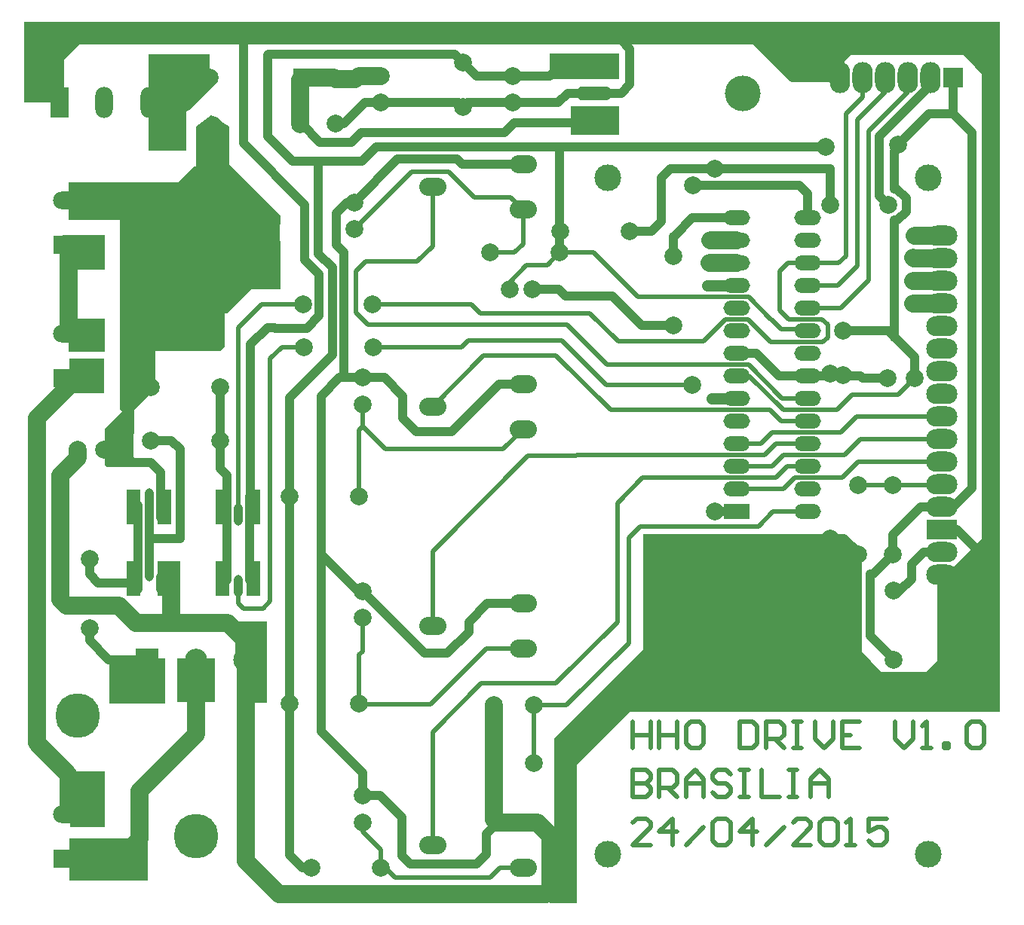
<source format=gbl>
%FSLAX25Y25*%
%MOIN*%
G70*
G01*
G75*
G04 Layer_Physical_Order=2*
G04 Layer_Color=16711680*
%ADD10C,0.03937*%
%ADD11C,0.01969*%
%ADD12C,0.01000*%
%ADD13C,0.00600*%
%ADD14R,0.71600X0.39300*%
%ADD15C,0.07874*%
%ADD16O,0.03937X0.09843*%
%ADD17O,0.12000X0.08000*%
%ADD18C,0.19685*%
%ADD19C,0.11811*%
%ADD20R,0.13780X0.07874*%
%ADD21O,0.13780X0.07874*%
%ADD22O,0.07874X0.13780*%
%ADD23R,0.07874X0.13780*%
%ADD24O,0.13780X0.09000*%
%ADD25R,0.13780X0.09000*%
%ADD26C,0.15748*%
%ADD27R,0.06299X0.06299*%
%ADD28O,0.15748X0.06299*%
%ADD29C,0.06299*%
%ADD30R,0.11811X0.06693*%
%ADD31O,0.11811X0.06693*%
%ADD32R,0.09000X0.09000*%
%ADD33O,0.09000X0.13780*%
%ADD34C,0.09843*%
%ADD35R,0.09843X0.09843*%
%ADD36R,0.07874X0.07874*%
%ADD37C,0.05000*%
%ADD38C,0.07874*%
%ADD39R,0.05906X0.15748*%
%ADD40R,0.09843X0.15748*%
%ADD41R,0.04843X0.15748*%
%ADD42R,0.03937X0.15748*%
%ADD43R,0.16500X0.42717*%
%ADD44R,0.12992X0.36319*%
%ADD45R,0.17126X0.19390*%
%ADD46R,0.25098X0.19882*%
%ADD47R,0.31004X0.11614*%
%ADD48R,0.21654X0.12795*%
%ADD49R,0.34547X0.18898*%
%ADD50R,0.15650X0.24902*%
%ADD51R,0.15650X0.15453*%
%ADD52R,0.16043X0.15157*%
%ADD53R,0.19095X0.15650*%
G36*
X185301Y441929D02*
Y424213D01*
X184317D01*
X177427Y417323D01*
X129199D01*
Y400591D01*
X151837D01*
Y316929D01*
X152821Y315945D01*
X144947Y308071D01*
Y292323D01*
X145931Y291339D01*
X157742D01*
Y292323D01*
X158727Y293307D01*
X157742Y294291D01*
Y319094D01*
X166601Y327953D01*
Y342520D01*
X196128D01*
X198097Y344488D01*
Y359252D01*
X199081D01*
X209908Y370079D01*
X220285Y370079D01*
X222637Y370127D01*
X222860Y370079D01*
X222703Y384842D01*
X222562Y398089D01*
X222703Y399451D01*
X222703Y402559D01*
X200065Y425197D01*
Y441929D01*
X192191Y446850D01*
X185301Y441929D01*
D02*
G37*
G36*
X171620Y454528D02*
X176837Y449311D01*
X191286Y463583D01*
Y473937D01*
X191109Y474114D01*
X171620D01*
Y454528D01*
D02*
G37*
G36*
X109514Y452756D02*
X125247D01*
X125199Y472378D01*
X133136Y480315D01*
X432349D01*
X449042Y463622D01*
X469081D01*
X470026Y464567D01*
X469750Y464843D01*
Y472441D01*
X470931D01*
X474081Y475591D01*
X525262D01*
X536679Y464173D01*
Y261811D01*
X534711D01*
X515026Y242126D01*
Y204724D01*
X509120Y198819D01*
X487467D01*
Y200787D01*
X477624Y210630D01*
X478018Y211024D01*
Y253543D01*
X469750Y261811D01*
X383136D01*
Y210630D01*
X343766Y171260D01*
Y129921D01*
X341797Y120079D01*
Y98425D01*
X353608D01*
Y159449D01*
X377231Y183071D01*
X540616D01*
X540616Y488189D01*
X109514D01*
X109514Y452756D01*
D02*
G37*
D10*
X391010Y400000D02*
X386679Y395669D01*
X377231D01*
X396522Y384646D02*
Y393307D01*
Y353937D02*
X382349D01*
X520026Y447657D02*
X509534D01*
X520026D02*
X520026D01*
X509534D02*
X495735Y433858D01*
X528412Y439272D02*
X520026Y447657D01*
X495522Y400575D02*
X494160D01*
X499278Y404331D02*
X495522Y400575D01*
X499278Y404331D02*
Y410236D01*
X495128Y414386D01*
X494160D01*
Y431102D01*
Y348819D02*
Y400575D01*
X495735Y433858D02*
Y435039D01*
X487467Y411417D02*
Y437795D01*
X510026Y460354D02*
X487467Y437795D01*
X510026Y460354D02*
Y463622D01*
X491404Y407480D02*
X487467Y411417D01*
X250853Y386221D02*
X247309Y389764D01*
X250853Y332480D02*
Y386221D01*
X252427Y330905D02*
X250853Y332480D01*
X245735Y379528D02*
X239435Y385827D01*
X245735Y340945D02*
Y379528D01*
Y340945D02*
X226837Y322047D01*
X239829Y376772D02*
X233530Y383071D01*
X239829Y358268D02*
Y376772D01*
Y358268D02*
X234317Y352756D01*
X258924Y330905D02*
X248687D01*
X247309Y389764D02*
Y403543D01*
X252230Y408464D02*
X247309Y403543D01*
X255380Y408464D02*
X252230D01*
X239435Y426772D02*
X228018D01*
X258727D02*
X239435D01*
Y385827D02*
Y426772D01*
X233530Y383071D02*
Y407480D01*
X206364Y434646D01*
Y480315D01*
X226837Y276772D02*
X225262Y278346D01*
X226837D02*
Y322047D01*
X248687Y330905D02*
X240616Y322834D01*
Y252756D02*
Y322834D01*
X236286Y114173D02*
X232349D01*
X226837Y119685D01*
X125199Y452756D02*
Y472378D01*
X133136Y480315D02*
X125199Y472378D01*
X377231Y476378D02*
X373293Y480315D01*
X377231Y460630D02*
Y476378D01*
Y460630D02*
X373293Y456693D01*
X361483D01*
X349672D01*
X345538Y452559D01*
X325262D01*
X247014Y462894D02*
X246326Y463583D01*
X257349Y464370D02*
X255873Y462894D01*
X361483Y446693D02*
X356601D01*
X232467Y463583D02*
X231561Y462677D01*
X299771Y474016D02*
X217388D01*
X216994Y473622D01*
X345735Y370079D02*
X333924D01*
X348884Y366929D02*
X345735Y370079D01*
X369356Y366929D02*
X348884D01*
X470026Y463622D02*
X449042D01*
X432349Y480315D01*
X373293D01*
X433215Y341653D02*
X424475D01*
X443215Y331653D02*
X433215Y341653D01*
X480183Y330512D02*
X479042Y331653D01*
X491207Y330512D02*
X480183D01*
X455725Y331653D02*
X443215D01*
X515026Y273701D02*
X505656D01*
X493372Y252756D02*
Y261417D01*
X520144Y243701D02*
X515026D01*
X525656Y249213D02*
X520144Y243701D01*
X530380Y255118D02*
X521719Y263779D01*
X515105D01*
X515026Y263701D01*
X525262Y475591D02*
X474081D01*
X470026Y471535D01*
Y463622D02*
Y471535D01*
X491304Y351674D02*
X471424D01*
X503018Y330512D02*
Y339961D01*
X455725Y401653D02*
Y412451D01*
X356601Y446693D02*
X353608Y443701D01*
X247112Y443307D02*
X247014Y443210D01*
X274475Y427559D02*
X255380Y408464D01*
X300853Y427559D02*
X274475D01*
X303215Y425197D02*
X300853Y427559D01*
X329986Y425197D02*
X303215D01*
X373293Y480315D02*
X206364D01*
X133136D01*
X346128Y433071D02*
X265026D01*
X258924Y236417D02*
X256955D01*
X240616Y252756D01*
X258924Y145866D02*
Y156102D01*
X240616Y174409D01*
Y252756D01*
X452034Y416142D02*
X405183D01*
X286285Y209055D02*
X258924Y236417D01*
X296522Y209055D02*
X286285D01*
X305971Y218504D02*
X296522Y209055D01*
X305971Y218504D02*
Y222835D01*
X314107Y230971D02*
X305971Y222835D01*
X329986Y230971D02*
X314107D01*
X266798Y145866D02*
X258924D01*
X276443Y136221D02*
X266798Y145866D01*
X276443Y119291D02*
Y136221D01*
X279986Y115748D02*
X276443Y119291D01*
X309514Y115748D02*
X279986D01*
X313845Y120079D02*
X309514Y115748D01*
X313845Y120079D02*
Y129134D01*
X318569Y133858D02*
X313845Y129134D01*
X226837Y119685D02*
Y186614D01*
Y276772D01*
X265026Y433071D02*
X258727Y426772D01*
X209002Y244094D02*
Y275590D01*
X209514Y276102D02*
X209002Y275590D01*
X196128Y290551D02*
Y303150D01*
X199002Y287677D02*
X196128Y290551D01*
X199002Y275590D02*
Y287677D01*
Y244094D02*
Y275590D01*
X209514Y276102D02*
Y345669D01*
X216994Y353150D02*
X209514Y345669D01*
X220144Y353150D02*
X216994D01*
X220538Y352756D02*
X220144Y353150D01*
X234317Y352756D02*
X220538D01*
X129199Y327165D02*
Y330709D01*
X228018Y426772D02*
X216994Y437795D01*
Y473622D01*
X192585Y422835D02*
X179199Y409449D01*
X192585Y422835D02*
Y442520D01*
X165419Y326772D02*
Y409449D01*
X179199D02*
X165419D01*
X129199D01*
X150065Y300787D02*
X146522D01*
X155971Y306693D02*
Y317323D01*
X165419Y326772D02*
X155971Y317323D01*
X138254Y214567D02*
Y220079D01*
X146719Y206102D02*
X138254Y214567D01*
X163845Y206102D02*
X146719D01*
X138254Y244094D02*
Y250787D01*
X142191Y240158D02*
X138254Y244094D01*
X159632Y240158D02*
X142191D01*
X159632D02*
Y271654D01*
X169750Y271772D02*
X169632Y271654D01*
X169750Y271772D02*
Y288976D01*
X165419Y293307D01*
X157545D01*
X150065Y300787D01*
X155971Y306693D02*
X150065Y300787D01*
X515026Y253701D02*
X506916D01*
X501640Y248425D01*
Y241732D02*
Y248425D01*
Y241732D02*
X496522Y236614D01*
X493766D01*
X268766Y330905D02*
X258924D01*
X276837Y322835D02*
X268766Y330905D01*
X276837Y312992D02*
Y322835D01*
X282742Y307087D02*
X276837Y312992D01*
X298490Y307087D02*
X282742D01*
X319488Y328084D02*
X298490Y307087D01*
X329986Y328084D02*
X319488D01*
X424475Y271654D02*
X414632D01*
X493372Y252756D02*
X484711Y244094D01*
X483530D01*
Y216535D02*
Y244094D01*
X493766Y206299D02*
X483530Y216535D01*
X493766Y205906D02*
Y206299D01*
X505380Y273425D02*
X493372Y261417D01*
X509120Y198819D02*
X487467D01*
X515026Y204724D02*
X509120Y198819D01*
X515026Y204724D02*
Y243701D01*
X479042Y331653D02*
X455725D01*
X404868Y401653D02*
X396916Y393701D01*
X424475Y401653D02*
X404868D01*
X382349Y353937D02*
X369356Y366929D01*
X391010Y400000D02*
Y419291D01*
X394947Y423228D02*
X391010Y419291D01*
X414632Y423228D02*
X394947D01*
X346128Y386221D02*
Y405512D01*
Y433071D01*
X471719Y259842D02*
X465813D01*
X487467Y198819D02*
X477624Y208661D01*
Y253937D01*
X471719Y259842D01*
X465813Y423228D02*
X414632D01*
X465813Y407480D02*
Y423228D01*
X503018Y339961D02*
X491304Y351674D01*
X463845Y433071D02*
X346128D01*
X178412Y259842D02*
X164632D01*
X178412D02*
Y299213D01*
X174475Y303150D01*
X165419D01*
X164632Y245512D02*
Y259842D01*
Y277008D01*
X196128Y303150D02*
Y326772D01*
X455725Y412451D02*
X452034Y416142D01*
X520223Y273701D02*
X515026D01*
X520026Y447657D02*
Y463622D01*
X536679Y464173D02*
X525262Y475591D01*
X525656Y249213D02*
Y249606D01*
X530380Y254331D02*
Y255118D01*
X536679Y260630D02*
X530380Y254331D01*
X525656Y249606D01*
X528412Y281890D02*
X520223Y273701D01*
X528412Y281890D02*
Y439272D01*
X267191Y452559D02*
X260105D01*
X250853Y443307D01*
X247112D01*
X353608Y443701D02*
X326049D01*
X321719Y439370D01*
X258333D01*
X254002Y435039D01*
X240223D01*
X231955Y443307D01*
X325262Y452559D02*
X305281D01*
X303412Y450690D01*
X301542Y452559D02*
X267191D01*
X303412Y450690D02*
X301542Y452559D01*
X303412Y470375D02*
X299771Y474016D01*
X309417Y464370D02*
X303412Y470375D01*
X325262Y464370D02*
X309417D01*
X325360Y464272D02*
X325262Y464370D01*
X361483Y466693D02*
X344317D01*
X341896Y464272D01*
X325360D01*
X207447Y205413D02*
X206758Y206102D01*
X318569Y133858D02*
X317073Y135354D01*
D11*
X361089Y386221D02*
X346128D01*
X380675Y366634D02*
X361089Y386221D01*
X429593Y366634D02*
X380675D01*
X260301Y382283D02*
X255971Y377953D01*
Y359842D02*
Y377953D01*
X261483Y354331D02*
X255971Y359842D01*
X273490Y109646D02*
X266994Y116142D01*
X315518Y109646D02*
X273490D01*
X266994Y116142D02*
Y122047D01*
X258924Y130118D01*
Y134055D01*
X258924Y309252D02*
X257447Y307776D01*
Y279823D02*
Y307776D01*
Y279823D02*
X255971Y278346D01*
X469514Y381653D02*
X455725D01*
X480856Y463622D02*
X480026D01*
X468963Y371654D02*
X455725D01*
X470380Y361653D02*
X455725D01*
X493372Y283465D02*
X478018D01*
X514790D02*
X493372D01*
X515026Y293701D02*
X478018D01*
X440144Y291653D02*
X424475D01*
X515026Y303701D02*
X478963D01*
X515026Y313701D02*
X477545D01*
X435183Y301654D02*
X424475D01*
X455725Y321654D02*
X444553D01*
X312454Y340551D02*
X289986Y318084D01*
X344553Y340551D02*
X312454D01*
X455725Y311653D02*
X443923D01*
X455725Y301654D02*
X441876D01*
X289986Y123858D02*
Y174173D01*
X311483Y195669D02*
X289986Y174173D01*
X344553Y195669D02*
X311483D01*
X445105Y281653D02*
X424475D01*
X455725Y291653D02*
X446837D01*
X444553Y321654D02*
X429593Y336614D01*
X366994D01*
X429829Y331653D02*
X424475D01*
X495735Y323228D02*
X475262D01*
X503018Y330512D02*
X495735Y323228D01*
X280774Y422047D02*
X255380Y396654D01*
X308317Y410646D02*
X296916Y422047D01*
X280774D01*
X329986Y390158D02*
Y405197D01*
X324538Y410646D02*
X308317D01*
X329986Y405197D02*
X324538Y410646D01*
X329986Y390158D02*
X326049Y386221D01*
X315420D01*
X323923Y370079D02*
Y373071D01*
X331561Y380709D02*
X323923Y373071D01*
X340616Y380709D02*
X331561D01*
X346128Y386221D02*
X340616Y380709D01*
X455016Y352362D02*
X444160D01*
X455725Y351654D02*
X455016Y352362D01*
X444160D02*
X439829Y356693D01*
X283136Y382283D02*
X260301D01*
X289986Y389134D02*
X283136Y382283D01*
X289986Y389134D02*
Y415197D01*
X366994Y336614D02*
X349278Y354331D01*
X307152Y363386D02*
X263451D01*
X311089Y359449D02*
X307152Y363386D01*
X359514Y359449D02*
X311089D01*
X455725Y381653D02*
X447073D01*
X443372Y377953D01*
Y360630D02*
Y377953D01*
X372112Y346850D02*
X359514Y359449D01*
X464632Y348819D02*
Y354331D01*
X214238Y363386D02*
X204002Y353150D01*
X232742Y363386D02*
X214238D01*
X302821Y344488D02*
X263845D01*
X305577Y347244D02*
X302821Y344488D01*
X346916Y347244D02*
X305577D01*
X366601Y327559D02*
X346916Y347244D01*
X404790Y327559D02*
X366601D01*
X329986Y210971D02*
X313792D01*
X289042Y186221D01*
X349278Y354331D02*
X261483D01*
X204002Y270236D02*
Y353150D01*
Y231102D02*
Y238740D01*
X206364Y228740D02*
X204002Y231102D01*
X215026Y228740D02*
X206364D01*
X218175Y231890D02*
X215026Y228740D01*
X218175Y231890D02*
Y339370D01*
X223293Y344488D02*
X218175Y339370D01*
X233136Y344488D02*
X223293D01*
X329986Y308084D02*
X321115Y299213D01*
X268963D01*
X258924Y309252D01*
Y319094D01*
X490026Y457283D02*
Y463622D01*
X480026Y455158D02*
Y463622D01*
X500026Y457441D02*
Y463622D01*
X464632Y354331D02*
X462172Y356791D01*
X460797D01*
X460722Y356716D01*
X429472Y356591D02*
X419477D01*
X409737Y346850D02*
X372112D01*
X419477Y356591D02*
X409737Y346850D01*
X462530Y346716D02*
X439346D01*
X429472Y356591D01*
X460722Y356716D02*
X447286D01*
X443372Y360630D01*
X464632Y348819D02*
X462530Y346716D01*
X475262Y323228D02*
X468569Y316535D01*
X444947D02*
X429829Y331653D01*
X468569Y316535D02*
X460778D01*
X460722Y316590D01*
X450727D01*
X450672Y316535D01*
X444947D01*
X477545Y313701D02*
X470439Y306594D01*
X440124D01*
X435183Y301654D01*
X478963Y303701D02*
X471916Y296654D01*
X445144D01*
X440144Y291653D01*
X460722Y286591D02*
X450042D01*
X445105Y281653D01*
X478018Y293701D02*
X470931Y286614D01*
X460746D01*
X460722Y286591D01*
X368569Y316535D02*
X344553Y340551D01*
X419477Y316590D02*
X419422Y316535D01*
X368569D01*
X438986Y316590D02*
X419477D01*
X443923Y311653D02*
X438986Y316590D01*
X441876Y301654D02*
X436778Y296555D01*
X429508D01*
X429472Y296590D01*
X441900Y286717D02*
X419477D01*
X446837Y291653D02*
X441900Y286717D01*
X419477D02*
X419473Y286713D01*
X382841D01*
X482644Y373917D02*
X470380Y361653D01*
X482644Y373917D02*
Y440059D01*
X500026Y457441D02*
X482644Y440059D01*
X477624Y380315D02*
X468963Y371654D01*
X477624Y380315D02*
Y444882D01*
X490026Y457283D02*
X477624Y444882D01*
X472703Y384842D02*
X469514Y381653D01*
X472703Y384842D02*
Y447835D01*
X480026Y455158D02*
X472703Y447835D01*
X371620Y222736D02*
X344553Y195669D01*
X371620Y222736D02*
Y275492D01*
X382841Y286713D02*
X371620Y275492D01*
X455725Y271654D02*
X440518D01*
X434022Y265158D01*
X381758D01*
X376640Y260039D01*
Y213484D02*
Y260039D01*
Y213484D02*
X349101Y185945D01*
X334790D01*
Y160354D02*
Y185945D01*
X289042Y186221D02*
X257939D01*
X257545Y186614D01*
Y208268D01*
X258924Y209646D02*
X257545Y208268D01*
X258924Y209646D02*
Y224606D01*
X329986Y113858D02*
X319730D01*
X315518Y109646D01*
X439534Y356693D02*
X429593Y366634D01*
X439829Y356693D02*
X439534D01*
X353608Y296590D02*
X353262Y296244D01*
X429472Y296590D02*
X353608D01*
X353262Y296244D02*
X332136D01*
X289986Y254095D01*
Y220971D02*
Y254095D01*
X378412Y178736D02*
Y166929D01*
Y172833D01*
X386283D01*
Y178736D01*
Y166929D01*
X390219Y178736D02*
Y166929D01*
Y172833D01*
X398090D01*
Y178736D01*
Y166929D01*
X407930Y178736D02*
X403994D01*
X402026Y176769D01*
Y168897D01*
X403994Y166929D01*
X407930D01*
X409898Y168897D01*
Y176769D01*
X407930Y178736D01*
X425640D02*
Y166929D01*
X431544D01*
X433512Y168897D01*
Y176769D01*
X431544Y178736D01*
X425640D01*
X437448Y166929D02*
Y178736D01*
X443351D01*
X445319Y176769D01*
Y172833D01*
X443351Y170865D01*
X437448D01*
X441383D02*
X445319Y166929D01*
X449255Y178736D02*
X453191D01*
X451223D01*
Y166929D01*
X449255D01*
X453191D01*
X459094Y178736D02*
Y170865D01*
X463030Y166929D01*
X466966Y170865D01*
Y178736D01*
X478773D02*
X470901D01*
Y166929D01*
X478773D01*
X470901Y172833D02*
X474837D01*
X494516Y178736D02*
Y170865D01*
X498452Y166929D01*
X502387Y170865D01*
Y178736D01*
X506323Y166929D02*
X510259D01*
X508291D01*
Y178736D01*
X506323Y176769D01*
X516162Y166929D02*
Y168897D01*
X518130D01*
Y166929D01*
X516162D01*
X526002Y176769D02*
X527970Y178736D01*
X531905D01*
X533873Y176769D01*
Y168897D01*
X531905Y166929D01*
X527970D01*
X526002Y168897D01*
Y176769D01*
X378412Y157280D02*
Y145472D01*
X384315D01*
X386283Y147440D01*
Y149408D01*
X384315Y151376D01*
X378412D01*
X384315D01*
X386283Y153344D01*
Y155312D01*
X384315Y157280D01*
X378412D01*
X390219Y145472D02*
Y157280D01*
X396122D01*
X398090Y155312D01*
Y151376D01*
X396122Y149408D01*
X390219D01*
X394155D02*
X398090Y145472D01*
X402026D02*
Y153344D01*
X405962Y157280D01*
X409898Y153344D01*
Y145472D01*
Y151376D01*
X402026D01*
X421705Y155312D02*
X419737Y157280D01*
X415801D01*
X413833Y155312D01*
Y153344D01*
X415801Y151376D01*
X419737D01*
X421705Y149408D01*
Y147440D01*
X419737Y145472D01*
X415801D01*
X413833Y147440D01*
X425640Y157280D02*
X429576D01*
X427608D01*
Y145472D01*
X425640D01*
X429576D01*
X435480Y157280D02*
Y145472D01*
X443351D01*
X447287Y157280D02*
X451223D01*
X449255D01*
Y145472D01*
X447287D01*
X451223D01*
X457126D02*
Y153344D01*
X461062Y157280D01*
X464998Y153344D01*
Y145472D01*
Y151376D01*
X457126D01*
X386283Y124016D02*
X378412D01*
X386283Y131887D01*
Y133855D01*
X384315Y135823D01*
X380380D01*
X378412Y133855D01*
X396122Y124016D02*
Y135823D01*
X390219Y129919D01*
X398090D01*
X402026Y124016D02*
X409898Y131887D01*
X413833Y133855D02*
X415801Y135823D01*
X419737D01*
X421705Y133855D01*
Y125984D01*
X419737Y124016D01*
X415801D01*
X413833Y125984D01*
Y133855D01*
X431544Y124016D02*
Y135823D01*
X425640Y129919D01*
X433512D01*
X437448Y124016D02*
X445319Y131887D01*
X457126Y124016D02*
X449255D01*
X457126Y131887D01*
Y133855D01*
X455158Y135823D01*
X451223D01*
X449255Y133855D01*
X461062D02*
X463030Y135823D01*
X466966D01*
X468933Y133855D01*
Y125984D01*
X466966Y124016D01*
X463030D01*
X461062Y125984D01*
Y133855D01*
X472869Y124016D02*
X476805D01*
X474837D01*
Y135823D01*
X472869Y133855D01*
X490580Y135823D02*
X482709D01*
Y129919D01*
X486644Y131887D01*
X488612D01*
X490580Y129919D01*
Y125984D01*
X488612Y124016D01*
X484677D01*
X482709Y125984D01*
D15*
X323923Y370079D02*
D03*
X333924D02*
D03*
X255380Y408464D02*
D03*
Y396654D02*
D03*
X396522Y353937D02*
D03*
Y384646D02*
D03*
X493766Y205906D02*
D03*
Y236614D02*
D03*
X478018Y252756D02*
D03*
Y283465D02*
D03*
X493372Y252756D02*
D03*
Y283465D02*
D03*
X232742Y363386D02*
D03*
X263451D02*
D03*
X138254Y220079D02*
D03*
Y250787D02*
D03*
X165419Y303150D02*
D03*
X196128D02*
D03*
X233136Y344488D02*
D03*
X263845D02*
D03*
X165419Y326772D02*
D03*
X196128D02*
D03*
X236286Y114173D02*
D03*
X266994D02*
D03*
X226837Y186614D02*
D03*
X257545D02*
D03*
X226837Y278346D02*
D03*
X257545D02*
D03*
X346128Y386221D02*
D03*
X315420D02*
D03*
X247014Y443210D02*
D03*
Y462894D02*
D03*
X471424Y331989D02*
D03*
Y351674D02*
D03*
X258924Y330905D02*
D03*
Y319094D02*
D03*
Y236417D02*
D03*
Y224606D02*
D03*
X491207Y330512D02*
D03*
X503018D02*
D03*
X258924Y145866D02*
D03*
Y134055D02*
D03*
X132939Y299016D02*
D03*
X144750D02*
D03*
X267191Y452559D02*
D03*
Y464370D02*
D03*
X317073Y185945D02*
D03*
Y160354D02*
D03*
X334790D02*
D03*
Y185945D02*
D03*
X346522Y395669D02*
D03*
X377231D02*
D03*
X191286Y463583D02*
D03*
X303412Y450690D02*
D03*
Y470375D02*
D03*
X325262Y452559D02*
D03*
Y464370D02*
D03*
X495735Y433858D02*
D03*
X404790Y327559D02*
D03*
X405183Y416142D02*
D03*
X192585Y442520D02*
D03*
X231561Y442913D02*
D03*
X414632Y423228D02*
D03*
Y271654D02*
D03*
X465813Y259842D02*
D03*
Y332677D02*
D03*
X491404Y407480D02*
D03*
X465813D02*
D03*
X463845Y433071D02*
D03*
D16*
X159632Y240158D02*
D03*
X164632Y245512D02*
D03*
X169632Y240158D02*
D03*
X209002Y244094D02*
D03*
X204002Y238740D02*
D03*
X199002Y244094D02*
D03*
X159632Y271654D02*
D03*
X164632Y277008D02*
D03*
X169632Y271654D02*
D03*
X209002Y275590D02*
D03*
X204002Y270236D02*
D03*
X199002Y275590D02*
D03*
D17*
X289986Y220971D02*
D03*
X329986Y210971D02*
D03*
Y230971D02*
D03*
X289986Y318084D02*
D03*
X329986Y308084D02*
D03*
Y328084D02*
D03*
X289986Y415197D02*
D03*
X329986Y405197D02*
D03*
Y425197D02*
D03*
X289986Y123858D02*
D03*
X329986Y113858D02*
D03*
Y133858D02*
D03*
D18*
X133136Y181496D02*
D03*
X184711Y385039D02*
D03*
X432349Y222047D02*
D03*
X185498Y127953D02*
D03*
D19*
X367388Y419291D02*
D03*
X509120D02*
D03*
Y120079D02*
D03*
X367388D02*
D03*
D20*
X129199Y118110D02*
D03*
Y389764D02*
D03*
Y330709D02*
D03*
D21*
Y137795D02*
D03*
Y409449D02*
D03*
Y350394D02*
D03*
D22*
X164569Y452756D02*
D03*
X144884D02*
D03*
D23*
X125199D02*
D03*
D24*
X515026Y393701D02*
D03*
Y383701D02*
D03*
Y373701D02*
D03*
Y363701D02*
D03*
Y353701D02*
D03*
Y343701D02*
D03*
Y333701D02*
D03*
Y323701D02*
D03*
Y313701D02*
D03*
Y303701D02*
D03*
Y293701D02*
D03*
Y283701D02*
D03*
Y273701D02*
D03*
Y253701D02*
D03*
Y243701D02*
D03*
D25*
Y263701D02*
D03*
D26*
X427082Y456793D02*
D03*
D27*
X361483Y446693D02*
D03*
D28*
Y456693D02*
D03*
D29*
Y466693D02*
D03*
D30*
X424475Y271654D02*
D03*
D31*
Y281653D02*
D03*
Y291653D02*
D03*
Y301654D02*
D03*
Y311653D02*
D03*
Y321654D02*
D03*
Y331653D02*
D03*
Y341653D02*
D03*
Y351654D02*
D03*
Y361653D02*
D03*
Y371654D02*
D03*
Y381653D02*
D03*
Y391653D02*
D03*
Y401653D02*
D03*
X455725Y271654D02*
D03*
Y281653D02*
D03*
Y291653D02*
D03*
Y301654D02*
D03*
Y311653D02*
D03*
Y321654D02*
D03*
Y331653D02*
D03*
Y341653D02*
D03*
Y351654D02*
D03*
Y361653D02*
D03*
Y371654D02*
D03*
Y381653D02*
D03*
Y391653D02*
D03*
Y401653D02*
D03*
D32*
X520026Y463622D02*
D03*
D33*
X510026D02*
D03*
X500026D02*
D03*
X490026D02*
D03*
X480026D02*
D03*
X470026D02*
D03*
D34*
X206758Y206102D02*
D03*
X185301D02*
D03*
D35*
X163845D02*
D03*
D36*
X232467Y463583D02*
D03*
D37*
X424475Y321654D02*
X413451D01*
X424475Y371654D02*
X411482D01*
D38*
X424475Y381653D02*
X412427D01*
X424475Y391653D02*
X412585D01*
X515026Y363701D02*
X502506D01*
X515026Y373701D02*
X502506D01*
X502585Y383701D02*
X502427Y383858D01*
X515026Y383701D02*
X502585D01*
X515026Y393701D02*
X503215D01*
X174475Y222441D02*
X158727D01*
X199278D02*
X174475D01*
Y234252D01*
X125262Y232677D02*
Y287795D01*
X128018Y229921D02*
X125262Y232677D01*
X340223Y102362D02*
X222112D01*
X207447Y117028D01*
X342191Y104331D02*
X340223Y102362D01*
X180459Y452756D02*
X164569D01*
X191286Y463583D02*
X180459Y452756D01*
X246326Y463583D02*
X232467D01*
X255873Y462894D02*
X247014D01*
X267191Y464370D02*
X257349D01*
X231561Y443701D02*
Y462677D01*
X329986Y133858D02*
X318569D01*
X342191Y104331D02*
Y127953D01*
X336286Y133858D01*
X329986D01*
X185301Y173031D02*
Y206102D01*
Y173031D02*
X160301Y148031D01*
Y126772D02*
Y148031D01*
Y126772D02*
X151640Y118110D01*
X129199D01*
Y137795D02*
Y155118D01*
Y350394D02*
Y389764D01*
X206758Y214961D02*
X199278Y222441D01*
X206758Y206102D02*
Y214961D01*
X151246Y229921D02*
X128018D01*
X158727Y222441D02*
X151246Y229921D01*
X536679Y260630D02*
Y464173D01*
X129199Y327165D02*
X115026Y312992D01*
X129199Y155118D02*
X115026Y169291D01*
Y312992D01*
X207447Y117028D02*
Y205413D01*
X317073Y160354D02*
Y185945D01*
Y135354D02*
Y160354D01*
X132939Y295473D02*
Y299016D01*
Y295473D02*
X125262Y287795D01*
D39*
X157742Y273622D02*
D03*
X171522D02*
D03*
X157742Y242126D02*
D03*
X197112D02*
D03*
X210892D02*
D03*
D40*
X173490D02*
D03*
D41*
X211423Y273622D02*
D03*
D42*
X196128D02*
D03*
D43*
X172819Y452559D02*
D03*
D44*
X210498Y204971D02*
D03*
D45*
X185301Y196998D02*
D03*
D46*
X159563Y196752D02*
D03*
D47*
X357201Y468701D02*
D03*
D48*
X361876Y444587D02*
D03*
D49*
X146571Y117618D02*
D03*
D50*
X137417Y144439D02*
D03*
D51*
X137024Y331644D02*
D03*
D52*
X137221Y349803D02*
D03*
D53*
X135892Y386270D02*
D03*
M02*

</source>
